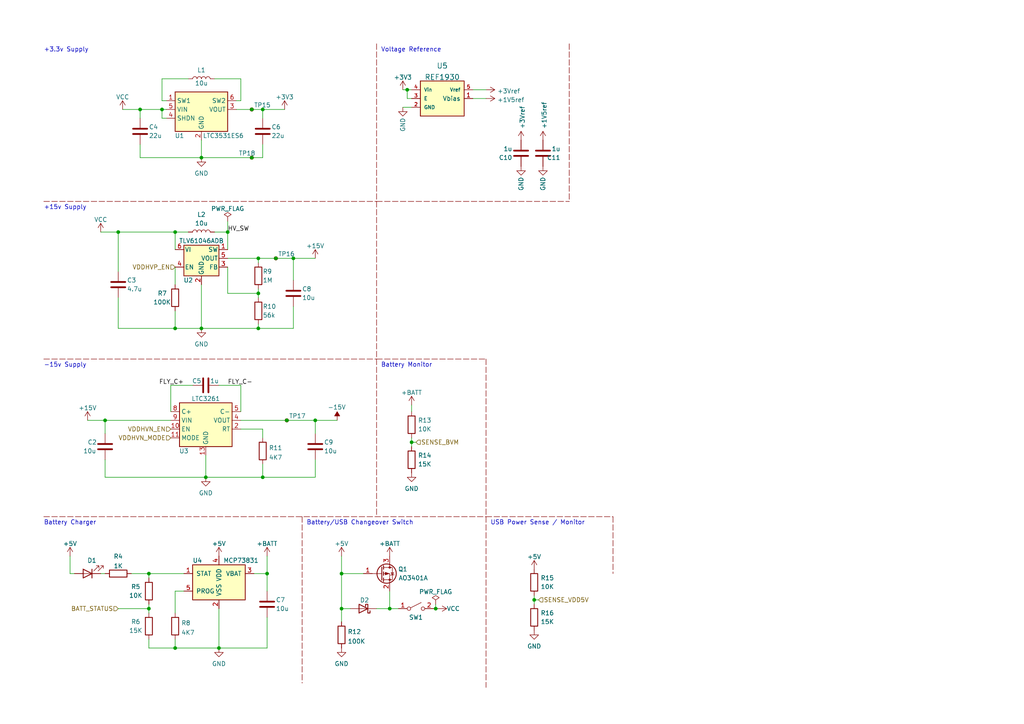
<source format=kicad_sch>
(kicad_sch (version 20211123) (generator eeschema)
  (paper "A4")
  (lib_symbols
    (symbol "Connector:TestPoint_Small" (pin_numbers hide) (pin_names (offset 0.762) hide)
      (property "Reference" "TP" (at 0 3.81 0))
      (property "Value" "TestPoint_Small" (at 0 2.032 0))
      (symbol "TestPoint_Small_0_1"
        (circle (center 0 0) (radius 0.508))
      )
      (symbol "TestPoint_Small_1_1"
        (pin passive line (at 0 0 90) (length 0) (name "1") (number "1"))
      )
    )
    (symbol "Custom_Symbols:+1V5ref" (power) (pin_names (offset 0))
      (property "Value" "+1V5ref" (at 3.2512 -0.381 90))
      (symbol "+1V5ref_0_1"
        (polyline (pts (xy -0.762 1.27) (xy 0 2.54)))
        (polyline (pts (xy 0 0) (xy 0 2.54)))
        (polyline (pts (xy 0 2.54) (xy 0.762 1.27)))
      )
      (symbol "+1V5ref_1_1"
        (pin power_in line (at 0 0 90) (length 0) hide (name "+1V5ref") (number "1"))
      )
    )
    (symbol "Custom_Symbols:+3Vref" (power) (pin_names (offset 0))
      (property "Value" "+3Vref" (at 3.2512 -0.381 90))
      (symbol "+3Vref_0_1"
        (polyline (pts (xy -0.762 1.27) (xy 0 2.54)))
        (polyline (pts (xy 0 0) (xy 0 2.54)))
        (polyline (pts (xy 0 2.54) (xy 0.762 1.27)))
      )
      (symbol "+3Vref_1_1"
        (pin power_in line (at 0 0 90) (length 0) hide (name "+3Vref") (number "1"))
      )
    )
    (symbol "Custom_Symbols:LTC3261"
      (property "Reference" "U" (at -6.35 -7.62 0))
      (property "Value" "LTC3261" (at 0 7.62 0))
      (symbol "LTC3261_0_1"
        (rectangle (start -7.62 6.35) (end 7.62 -6.35) (stroke (width 0.254)) (fill (type background)))
      )
      (symbol "LTC3261_1_1"
        (pin no_connect line (at 10.16 -3.683 180) (length 2.54) hide (name "NC") (number "1"))
        (pin input line (at -10.16 -1.27 0) (length 2.54) (name "EN") (number "10"))
        (pin input line (at -10.16 -3.81 0) (length 2.54) (name "MODE") (number "11"))
        (pin no_connect line (at 10.16 -11.049 180) (length 2.54) hide (name "NC") (number "12"))
        (pin power_in line (at 0 -8.89 90) (length 2.54) (name "GND") (number "13"))
        (pin bidirectional line (at 10.16 -1.27 180) (length 2.54) (name "RT") (number "2"))
        (pin no_connect line (at 10.16 -5.207 180) (length 2.54) hide (name "NC") (number "3"))
        (pin power_out line (at 10.16 1.27 180) (length 2.54) (name "VOUT") (number "4"))
        (pin bidirectional line (at 10.16 3.81 180) (length 2.54) (name "C-") (number "5"))
        (pin bidirectional line (at 10.16 3.81 180) (length 2.54) hide (name "C-") (number "6"))
        (pin bidirectional line (at -10.16 3.81 0) (length 2.54) hide (name "C+") (number "7"))
        (pin bidirectional line (at -10.16 3.81 0) (length 2.54) (name "C+") (number "8"))
        (pin power_in line (at -10.16 1.27 0) (length 2.54) (name "VIN") (number "9"))
      )
    )
    (symbol "Custom_Symbols:LTC3531ES6"
      (property "Reference" "U" (at -10.16 -8.89 0))
      (property "Value" "LTC3531ES6" (at -5.08 13.97 0))
      (symbol "LTC3531ES6_0_1"
        (rectangle (start -7.62 6.35) (end 7.62 -5.08) (stroke (width 0.254)) (fill (type background)))
      )
      (symbol "LTC3531ES6_1_1"
        (pin bidirectional line (at -10.16 3.81 0) (length 2.54) (name "SW1") (number "1"))
        (pin power_in line (at 0 -7.62 90) (length 2.54) (name "GND") (number "2"))
        (pin power_out line (at 10.16 1.27 180) (length 2.54) (name "VOUT") (number "3"))
        (pin input line (at -10.16 -1.27 0) (length 2.54) (name "SHDN") (number "4"))
        (pin power_in line (at -10.16 1.27 0) (length 2.54) (name "VIN") (number "5"))
        (pin bidirectional line (at 10.16 3.81 180) (length 2.54) (name "SW2") (number "6"))
      )
    )
    (symbol "Custom_Symbols:MCP73831-2-OT" (pin_names (offset 1.016))
      (property "Reference" "U" (at -7.62 6.35 0))
      (property "Value" "MCP73831-2-OT" (at 1.27 6.35 0))
      (symbol "MCP73831-2-OT_0_1"
        (rectangle (start -7.62 5.08) (end 7.62 -5.08) (stroke (width 0.254)) (fill (type background)))
      )
      (symbol "MCP73831-2-OT_1_1"
        (pin output line (at -10.16 2.54 0) (length 2.54) (name "STAT") (number "1"))
        (pin power_in line (at 0 -7.62 90) (length 2.54) (name "VSS") (number "2"))
        (pin power_out line (at 10.16 2.54 180) (length 2.54) (name "VBAT") (number "3"))
        (pin power_in line (at 0 7.62 270) (length 2.54) (name "VDD") (number "4"))
        (pin input line (at -10.16 -2.54 0) (length 2.54) (name "PROG") (number "5"))
      )
    )
    (symbol "Custom_Symbols:REF1930" (pin_names (offset 1.016))
      (property "Reference" "U?" (at 0 4.7498 0))
      (property "Value" "REF1930" (at 0 2.0574 0))
      (symbol "REF1930_0_1"
        (rectangle (start -6.35 0) (end 6.35 -10.16) (stroke (width 0.254)) (fill (type background)))
      )
      (symbol "REF1930_1_1"
        (pin power_out line (at 8.89 -5.08 180) (length 2.54) (name "Vbias") (number "1"))
        (pin power_in line (at -8.89 -7.62 0) (length 2.54) (name "GND") (number "2"))
        (pin passive line (at -8.89 -5.08 0) (length 2.54) (name "E") (number "3"))
        (pin power_in line (at -8.89 -2.54 0) (length 2.54) (name "Vin") (number "4"))
        (pin power_out line (at 8.89 -2.54 180) (length 2.54) (name "Vref") (number "5"))
      )
    )
    (symbol "Device:C" (pin_numbers hide) (pin_names (offset 0.254))
      (property "Reference" "C" (at 0.635 2.54 0))
      (property "Value" "C" (at 0.635 -2.54 0))
      (symbol "C_0_1"
        (polyline (pts (xy -2.032 -0.762) (xy 2.032 -0.762)) (stroke (width 0.508)))
        (polyline (pts (xy -2.032 0.762) (xy 2.032 0.762)) (stroke (width 0.508)))
      )
      (symbol "C_1_1"
        (pin passive line (at 0 3.81 270) (length 2.794) (name "~") (number "1"))
        (pin passive line (at 0 -3.81 90) (length 2.794) (name "~") (number "2"))
      )
    )
    (symbol "Device:D_Schottky" (pin_numbers hide) (pin_names (offset 1.016) hide)
      (property "Reference" "D" (at 0 2.54 0))
      (property "Value" "D_Schottky" (at 0 -2.54 0))
      (symbol "D_Schottky_0_1"
        (polyline (pts (xy 1.27 0) (xy -1.27 0)))
        (polyline (pts (xy 1.27 1.27) (xy 1.27 -1.27) (xy -1.27 0) (xy 1.27 1.27)) (stroke (width 0.254)))
        (polyline (pts (xy -1.905 0.635) (xy -1.905 1.27) (xy -1.27 1.27) (xy -1.27 -1.27) (xy -0.635 -1.27) (xy -0.635 -0.635)) (stroke (width 0.254)))
      )
      (symbol "D_Schottky_1_1"
        (pin passive line (at -3.81 0 0) (length 2.54) (name "K") (number "1"))
        (pin passive line (at 3.81 0 180) (length 2.54) (name "A") (number "2"))
      )
    )
    (symbol "Device:L" (pin_numbers hide) (pin_names (offset 1.016) hide)
      (property "Reference" "L" (at -1.27 0 90))
      (property "Value" "L" (at 1.905 0 90))
      (symbol "L_0_1"
        (arc (start 0 -2.54) (mid 0.635 -1.905) (end 0 -1.27))
        (arc (start 0 -1.27) (mid 0.635 -0.635) (end 0 0))
        (arc (start 0 0) (mid 0.635 0.635) (end 0 1.27))
        (arc (start 0 1.27) (mid 0.635 1.905) (end 0 2.54))
      )
      (symbol "L_1_1"
        (pin passive line (at 0 3.81 270) (length 1.27) (name "1") (number "1"))
        (pin passive line (at 0 -3.81 90) (length 1.27) (name "2") (number "2"))
      )
    )
    (symbol "Device:LED" (pin_numbers hide) (pin_names (offset 1.016) hide)
      (property "Reference" "D" (at 0 2.54 0))
      (property "Value" "LED" (at 0 -2.54 0))
      (symbol "LED_0_1"
        (polyline (pts (xy -1.27 -1.27) (xy -1.27 1.27)) (stroke (width 0.254)))
        (polyline (pts (xy -1.27 0) (xy 1.27 0)))
        (polyline (pts (xy 1.27 -1.27) (xy 1.27 1.27) (xy -1.27 0) (xy 1.27 -1.27)) (stroke (width 0.254)))
        (polyline (pts (xy -3.048 -0.762) (xy -4.572 -2.286) (xy -3.81 -2.286) (xy -4.572 -2.286) (xy -4.572 -1.524)))
        (polyline (pts (xy -1.778 -0.762) (xy -3.302 -2.286) (xy -2.54 -2.286) (xy -3.302 -2.286) (xy -3.302 -1.524)))
      )
      (symbol "LED_1_1"
        (pin passive line (at -3.81 0 0) (length 2.54) (name "K") (number "1"))
        (pin passive line (at 3.81 0 180) (length 2.54) (name "A") (number "2"))
      )
    )
    (symbol "Device:R" (pin_numbers hide) (pin_names (offset 0))
      (property "Reference" "R" (at 2.032 0 90))
      (property "Value" "R" (at 0 0 90))
      (symbol "R_0_1"
        (rectangle (start -1.016 -2.54) (end 1.016 2.54) (stroke (width 0.254)))
      )
      (symbol "R_1_1"
        (pin passive line (at 0 3.81 270) (length 1.27) (name "~") (number "1"))
        (pin passive line (at 0 -3.81 90) (length 1.27) (name "~") (number "2"))
      )
    )
    (symbol "Regulator_Switching:TLV61046ADB" (pin_names (offset 0.254))
      (property "Reference" "U" (at -5.08 7.62 0))
      (property "Value" "TLV61046ADB" (at 0 7.62 0))
      (symbol "TLV61046ADB_0_1"
        (rectangle (start -5.08 6.35) (end 5.08 -2.54) (stroke (width 0.254)) (fill (type background)))
      )
      (symbol "TLV61046ADB_1_1"
        (pin power_in line (at 7.62 5.08 180) (length 2.54) (name "SW") (number "1"))
        (pin power_in line (at 0 -5.08 90) (length 2.54) (name "GND") (number "2"))
        (pin input line (at 7.62 0 180) (length 2.54) (name "FB") (number "3"))
        (pin input line (at -7.62 0 0) (length 2.54) (name "EN") (number "4"))
        (pin power_out line (at 7.62 2.54 180) (length 2.54) (name "VOUT") (number "5"))
        (pin power_in line (at -7.62 5.08 0) (length 2.54) (name "VI") (number "6"))
      )
    )
    (symbol "Switch:SW_SPST" (pin_names (offset 0) hide)
      (property "Reference" "SW" (at 0 3.175 0))
      (property "Value" "SW_SPST" (at 0 -2.54 0))
      (symbol "SW_SPST_0_0"
        (circle (center -2.032 0) (radius 0.508))
        (polyline (pts (xy -1.524 0.254) (xy 1.524 1.778)))
        (circle (center 2.032 0) (radius 0.508))
      )
      (symbol "SW_SPST_1_1"
        (pin passive line (at -5.08 0 0) (length 2.54) (name "A") (number "1"))
        (pin passive line (at 5.08 0 180) (length 2.54) (name "B") (number "2"))
      )
    )
    (symbol "Transistor_FET:AO3401A" (pin_names hide)
      (property "Reference" "Q" (at 5.08 1.905 0))
      (property "Value" "AO3401A" (at 5.08 0 0))
      (symbol "AO3401A_0_1"
        (polyline (pts (xy 0.254 0) (xy -2.54 0)))
        (polyline (pts (xy 0.254 1.905) (xy 0.254 -1.905)) (stroke (width 0.254)))
        (polyline (pts (xy 0.762 -1.27) (xy 0.762 -2.286)) (stroke (width 0.254)))
        (polyline (pts (xy 0.762 0.508) (xy 0.762 -0.508)) (stroke (width 0.254)))
        (polyline (pts (xy 0.762 2.286) (xy 0.762 1.27)) (stroke (width 0.254)))
        (polyline (pts (xy 2.54 2.54) (xy 2.54 1.778)))
        (polyline (pts (xy 2.54 -2.54) (xy 2.54 0) (xy 0.762 0)))
        (polyline (pts (xy 0.762 1.778) (xy 3.302 1.778) (xy 3.302 -1.778) (xy 0.762 -1.778)))
        (polyline (pts (xy 2.286 0) (xy 1.27 0.381) (xy 1.27 -0.381) (xy 2.286 0)) (fill (type outline)))
        (polyline (pts (xy 2.794 -0.508) (xy 2.921 -0.381) (xy 3.683 -0.381) (xy 3.81 -0.254)))
        (polyline (pts (xy 3.302 -0.381) (xy 2.921 0.254) (xy 3.683 0.254) (xy 3.302 -0.381)))
        (circle (center 1.651 0) (radius 2.794) (stroke (width 0.254)))
        (circle (center 2.54 -1.778) (radius 0.254) (fill (type outline)))
        (circle (center 2.54 1.778) (radius 0.254) (fill (type outline)))
      )
      (symbol "AO3401A_1_1"
        (pin input line (at -5.08 0 0) (length 2.54) (name "G") (number "1"))
        (pin passive line (at 2.54 -5.08 90) (length 2.54) (name "S") (number "2"))
        (pin passive line (at 2.54 5.08 270) (length 2.54) (name "D") (number "3"))
      )
    )
    (symbol "power:+15V" (power) (pin_names (offset 0))
      (property "Value" "+15V" (at 0 3.556 0))
      (symbol "+15V_0_1"
        (polyline (pts (xy -0.762 1.27) (xy 0 2.54)))
        (polyline (pts (xy 0 0) (xy 0 2.54)))
        (polyline (pts (xy 0 2.54) (xy 0.762 1.27)))
      )
      (symbol "+15V_1_1"
        (pin power_in line (at 0 0 90) (length 0) hide (name "+15V") (number "1"))
      )
    )
    (symbol "power:+3V3" (power) (pin_names (offset 0))
      (property "Value" "+3V3" (at 0 3.556 0))
      (symbol "+3V3_0_1"
        (polyline (pts (xy -0.762 1.27) (xy 0 2.54)))
        (polyline (pts (xy 0 0) (xy 0 2.54)))
        (polyline (pts (xy 0 2.54) (xy 0.762 1.27)))
      )
      (symbol "+3V3_1_1"
        (pin power_in line (at 0 0 90) (length 0) hide (name "+3V3") (number "1"))
      )
    )
    (symbol "power:+5V" (power) (pin_names (offset 0))
      (property "Value" "+5V" (at 0 3.556 0))
      (symbol "+5V_0_1"
        (polyline (pts (xy -0.762 1.27) (xy 0 2.54)))
        (polyline (pts (xy 0 0) (xy 0 2.54)))
        (polyline (pts (xy 0 2.54) (xy 0.762 1.27)))
      )
      (symbol "+5V_1_1"
        (pin power_in line (at 0 0 90) (length 0) hide (name "+5V") (number "1"))
      )
    )
    (symbol "power:+BATT" (power) (pin_names (offset 0))
      (property "Value" "+BATT" (at 0 3.556 0))
      (symbol "+BATT_0_1"
        (polyline (pts (xy -0.762 1.27) (xy 0 2.54)))
        (polyline (pts (xy 0 0) (xy 0 2.54)))
        (polyline (pts (xy 0 2.54) (xy 0.762 1.27)))
      )
      (symbol "+BATT_1_1"
        (pin power_in line (at 0 0 90) (length 0) hide (name "+BATT") (number "1"))
      )
    )
    (symbol "power:-15V" (power) (pin_names (offset 0))
      (property "Value" "-15V" (at 0 3.81 0))
      (symbol "-15V_0_0"
        (pin power_in line (at 0 0 90) (length 0) hide (name "-15V") (number "1"))
      )
      (symbol "-15V_0_1"
        (polyline (pts (xy 0 0) (xy 0 1.27) (xy 0.762 1.27) (xy 0 2.54) (xy -0.762 1.27) (xy 0 1.27)) (fill (type outline)))
      )
    )
    (symbol "power:GND" (power) (pin_names (offset 0))
      (property "Value" "GND" (at 0 -3.81 0))
      (symbol "GND_0_1"
        (polyline (pts (xy 0 0) (xy 0 -1.27) (xy 1.27 -1.27) (xy 0 -2.54) (xy -1.27 -1.27) (xy 0 -1.27)))
      )
      (symbol "GND_1_1"
        (pin power_in line (at 0 0 270) (length 0) hide (name "GND") (number "1"))
      )
    )
    (symbol "power:PWR_FLAG" (power) (pin_numbers hide) (pin_names (offset 0) hide)
      (property "Value" "PWR_FLAG" (at 0 3.81 0))
      (symbol "PWR_FLAG_0_0"
        (pin power_out line (at 0 0 90) (length 0) (name "pwr") (number "1"))
      )
      (symbol "PWR_FLAG_0_1"
        (polyline (pts (xy 0 0) (xy 0 1.27) (xy -1.016 1.905) (xy 0 2.54) (xy 1.016 1.905) (xy 0 1.27)))
      )
    )
    (symbol "power:VCC" (power) (pin_names (offset 0))
      (property "Value" "VCC" (at 0 3.81 0))
      (symbol "VCC_0_1"
        (polyline (pts (xy -0.762 1.27) (xy 0 2.54)))
        (polyline (pts (xy 0 0) (xy 0 2.54)))
        (polyline (pts (xy 0 2.54) (xy 0.762 1.27)))
      )
      (symbol "VCC_1_1"
        (pin power_in line (at 0 0 90) (length 0) hide (name "VCC") (number "1"))
      )
    )
  )
  (junction (at 74.93 85.09))
  (junction (at 91.44 121.92))
  (junction (at 58.42 45.72))
  (junction (at 119.38 128.27))
  (junction (at 77.47 166.37))
  (junction (at 30.48 121.92))
  (junction (at 74.93 74.93))
  (junction (at 85.09 74.93))
  (junction (at 80.01 74.93))
  (junction (at 154.94 173.99))
  (junction (at 50.8 95.25))
  (junction (at 40.64 31.75))
  (junction (at 74.93 95.25))
  (junction (at 76.2 138.43))
  (junction (at 43.18 166.37))
  (junction (at 99.06 166.37))
  (junction (at 113.03 176.53))
  (junction (at 83.185 121.92))
  (junction (at 46.99 31.75))
  (junction (at 50.8 67.31))
  (junction (at 99.06 176.53))
  (junction (at 63.5 187.96))
  (junction (at 118.11 26.035))
  (junction (at 58.42 95.25))
  (junction (at 34.29 67.31))
  (junction (at 73.025 45.72))
  (junction (at 59.69 138.43))
  (junction (at 126.365 176.53))
  (junction (at 43.18 176.53))
  (junction (at 73.025 31.75))
  (junction (at 76.2 31.75))
  (junction (at 66.04 67.31))
  (junction (at 50.8 187.96))
  (wire (pts (xy 73.66 166.37) (xy 77.47 166.37)))
  (wire (pts (xy 46.99 22.86) (xy 46.99 29.21)))
  (polyline (pts (xy 12.7 149.86) (xy 140.97 149.86)) (stroke (width 0) (color 132 0 0 1)))
  (polyline (pts (xy 177.8 149.86) (xy 177.8 166.37)) (stroke (width 0) (color 132 0 0 1)))
  (wire (pts (xy 25.4 121.92) (xy 30.48 121.92)))
  (wire (pts (xy 99.06 161.29) (xy 99.06 166.37)))
  (wire (pts (xy 119.38 28.575) (xy 118.11 28.575)))
  (wire (pts (xy 74.93 83.82) (xy 74.93 85.09)))
  (wire (pts (xy 85.09 81.28) (xy 85.09 74.93)))
  (wire (pts (xy 30.48 133.35) (xy 30.48 138.43)))
  (wire (pts (xy 154.94 172.72) (xy 154.94 173.99)))
  (wire (pts (xy 101.6 176.53) (xy 99.06 176.53)))
  (wire (pts (xy 50.8 67.31) (xy 50.8 72.39)))
  (wire (pts (xy 34.29 67.31) (xy 34.29 78.74)))
  (wire (pts (xy 54.61 67.31) (xy 50.8 67.31)))
  (wire (pts (xy 40.64 31.75) (xy 40.64 34.29)))
  (wire (pts (xy 85.09 74.93) (xy 91.44 74.93)))
  (wire (pts (xy 126.365 175.26) (xy 126.365 176.53)))
  (wire (pts (xy 119.38 117.475) (xy 119.38 119.38)))
  (wire (pts (xy 38.1 166.37) (xy 43.18 166.37)))
  (wire (pts (xy 58.42 95.25) (xy 74.93 95.25)))
  (wire (pts (xy 77.47 166.37) (xy 77.47 171.45)))
  (wire (pts (xy 137.16 26.035) (xy 140.97 26.035)))
  (wire (pts (xy 80.01 74.93) (xy 85.09 74.93)))
  (wire (pts (xy 99.06 176.53) (xy 99.06 166.37)))
  (polyline (pts (xy 140.97 149.86) (xy 177.8 149.86)) (stroke (width 0) (color 132 0 0 1)))
  (polyline (pts (xy 165.1 12.7) (xy 165.1 58.42)) (stroke (width 0) (color 132 0 0 1)))
  (wire (pts (xy 63.5 187.96) (xy 77.47 187.96)))
  (wire (pts (xy 50.8 95.25) (xy 58.42 95.25)))
  (wire (pts (xy 91.44 133.35) (xy 91.44 138.43)))
  (wire (pts (xy 118.11 28.575) (xy 118.11 26.035)))
  (wire (pts (xy 99.06 166.37) (xy 105.41 166.37)))
  (wire (pts (xy 109.22 176.53) (xy 113.03 176.53)))
  (wire (pts (xy 68.58 31.75) (xy 73.025 31.75)))
  (wire (pts (xy 74.93 74.93) (xy 80.01 74.93)))
  (wire (pts (xy 66.04 77.47) (xy 66.04 85.09)))
  (wire (pts (xy 77.47 161.29) (xy 77.47 166.37)))
  (wire (pts (xy 21.59 166.37) (xy 20.32 166.37)))
  (wire (pts (xy 50.8 187.96) (xy 63.5 187.96)))
  (wire (pts (xy 48.26 31.75) (xy 46.99 31.75)))
  (wire (pts (xy 74.93 85.09) (xy 74.93 86.36)))
  (wire (pts (xy 43.18 177.8) (xy 43.18 176.53)))
  (wire (pts (xy 46.99 34.29) (xy 46.99 31.75)))
  (wire (pts (xy 34.29 86.36) (xy 34.29 95.25)))
  (wire (pts (xy 66.04 85.09) (xy 74.93 85.09)))
  (wire (pts (xy 76.2 124.46) (xy 76.2 127)))
  (wire (pts (xy 74.93 95.25) (xy 85.09 95.25)))
  (wire (pts (xy 73.025 45.72) (xy 58.42 45.72)))
  (wire (pts (xy 154.94 173.99) (xy 156.21 173.99)))
  (wire (pts (xy 63.5 111.76) (xy 69.85 111.76)))
  (wire (pts (xy 66.04 72.39) (xy 66.04 67.31)))
  (wire (pts (xy 46.99 31.75) (xy 40.64 31.75)))
  (wire (pts (xy 30.48 121.92) (xy 30.48 125.73)))
  (polyline (pts (xy 87.63 149.86) (xy 87.63 198.12)) (stroke (width 0) (color 132 0 0 1)))
  (wire (pts (xy 48.26 34.29) (xy 46.99 34.29)))
  (wire (pts (xy 43.18 166.37) (xy 43.18 167.64)))
  (wire (pts (xy 40.64 45.72) (xy 58.42 45.72)))
  (wire (pts (xy 69.85 121.92) (xy 83.185 121.92)))
  (wire (pts (xy 50.8 77.47) (xy 50.8 82.55)))
  (wire (pts (xy 73.025 31.75) (xy 76.2 31.75)))
  (wire (pts (xy 69.85 111.76) (xy 69.85 119.38)))
  (wire (pts (xy 20.32 166.37) (xy 20.32 161.29)))
  (wire (pts (xy 69.85 22.86) (xy 69.85 29.21)))
  (wire (pts (xy 29.21 166.37) (xy 30.48 166.37)))
  (polyline (pts (xy 140.97 104.14) (xy 140.97 149.86)) (stroke (width 0) (color 132 0 0 1)))
  (wire (pts (xy 69.85 29.21) (xy 68.58 29.21)))
  (polyline (pts (xy 12.7 58.42) (xy 109.22 58.42)) (stroke (width 0) (color 132 0 0 1)))
  (wire (pts (xy 50.8 177.8) (xy 50.8 171.45)))
  (wire (pts (xy 66.04 64.135) (xy 66.04 67.31)))
  (polyline (pts (xy 109.22 12.7) (xy 109.22 149.86)) (stroke (width 0) (color 132 0 0 1)))
  (wire (pts (xy 137.16 28.575) (xy 140.97 28.575)))
  (wire (pts (xy 154.94 173.99) (xy 154.94 175.26)))
  (wire (pts (xy 74.93 74.93) (xy 74.93 76.2)))
  (wire (pts (xy 43.18 176.53) (xy 43.18 175.26)))
  (wire (pts (xy 50.8 185.42) (xy 50.8 187.96)))
  (wire (pts (xy 34.29 67.31) (xy 29.21 67.31)))
  (wire (pts (xy 34.29 67.31) (xy 50.8 67.31)))
  (wire (pts (xy 55.88 111.76) (xy 49.53 111.76)))
  (wire (pts (xy 118.11 26.035) (xy 116.84 26.035)))
  (wire (pts (xy 76.2 41.91) (xy 76.2 45.72)))
  (wire (pts (xy 69.85 124.46) (xy 76.2 124.46)))
  (wire (pts (xy 99.06 176.53) (xy 99.06 180.34)))
  (wire (pts (xy 66.04 74.93) (xy 74.93 74.93)))
  (wire (pts (xy 30.48 138.43) (xy 59.69 138.43)))
  (wire (pts (xy 59.69 138.43) (xy 76.2 138.43)))
  (wire (pts (xy 43.18 166.37) (xy 53.34 166.37)))
  (wire (pts (xy 58.42 45.72) (xy 58.42 40.64)))
  (wire (pts (xy 63.5 176.53) (xy 63.5 187.96)))
  (wire (pts (xy 40.64 41.91) (xy 40.64 45.72)))
  (wire (pts (xy 113.03 176.53) (xy 113.03 171.45)))
  (wire (pts (xy 76.2 31.75) (xy 82.55 31.75)))
  (wire (pts (xy 118.11 26.035) (xy 119.38 26.035)))
  (wire (pts (xy 83.185 121.92) (xy 91.44 121.92)))
  (wire (pts (xy 34.29 95.25) (xy 50.8 95.25)))
  (wire (pts (xy 59.69 138.43) (xy 59.69 132.08)))
  (wire (pts (xy 46.99 22.86) (xy 54.61 22.86)))
  (wire (pts (xy 91.44 121.92) (xy 97.79 121.92)))
  (wire (pts (xy 46.99 29.21) (xy 48.26 29.21)))
  (wire (pts (xy 30.48 121.92) (xy 49.53 121.92)))
  (wire (pts (xy 119.38 128.27) (xy 120.65 128.27)))
  (wire (pts (xy 119.38 127) (xy 119.38 128.27)))
  (wire (pts (xy 43.18 185.42) (xy 43.18 187.96)))
  (wire (pts (xy 76.2 138.43) (xy 91.44 138.43)))
  (wire (pts (xy 126.365 176.53) (xy 127 176.53)))
  (wire (pts (xy 76.2 34.29) (xy 76.2 31.75)))
  (wire (pts (xy 62.23 67.31) (xy 66.04 67.31)))
  (wire (pts (xy 125.73 176.53) (xy 126.365 176.53)))
  (wire (pts (xy 113.03 176.53) (xy 115.57 176.53)))
  (wire (pts (xy 50.8 171.45) (xy 53.34 171.45)))
  (wire (pts (xy 62.23 22.86) (xy 69.85 22.86)))
  (wire (pts (xy 76.2 45.72) (xy 73.025 45.72)))
  (wire (pts (xy 74.93 93.98) (xy 74.93 95.25)))
  (wire (pts (xy 49.53 111.76) (xy 49.53 119.38)))
  (wire (pts (xy 77.47 179.07) (xy 77.47 187.96)))
  (wire (pts (xy 76.2 134.62) (xy 76.2 138.43)))
  (wire (pts (xy 43.18 187.96) (xy 50.8 187.96)))
  (wire (pts (xy 91.44 125.73) (xy 91.44 121.92)))
  (polyline (pts (xy 140.97 149.86) (xy 140.97 199.39)) (stroke (width 0) (color 132 0 0 1)))
  (wire (pts (xy 35.56 31.75) (xy 40.64 31.75)))
  (wire (pts (xy 50.8 90.17) (xy 50.8 95.25)))
  (wire (pts (xy 58.42 82.55) (xy 58.42 95.25)))
  (wire (pts (xy 34.29 176.53) (xy 43.18 176.53)))
  (wire (pts (xy 116.84 31.115) (xy 119.38 31.115)))
  (polyline (pts (xy 109.22 58.42) (xy 165.1 58.42)) (stroke (width 0) (color 132 0 0 1)))
  (polyline (pts (xy 12.7 104.14) (xy 109.22 104.14)) (stroke (width 0) (color 132 0 0 1)))
  (polyline (pts (xy 109.22 104.14) (xy 140.97 104.14)) (stroke (width 0) (color 132 0 0 1)))
  (wire (pts (xy 119.38 128.27) (xy 119.38 129.54)))
  (wire (pts (xy 85.09 88.9) (xy 85.09 95.25)))
  (text "+15v Supply" (at 12.7 60.96 0) (effects (font (size 1.27 1.27)) (justify left bottom)))
  (text "Battery Monitor" (at 110.49 106.68 0) (effects (font (size 1.27 1.27)) (justify left bottom)))
  (text "USB Power Sense / Monitor" (at 142.24 152.4 0) (effects (font (size 1.27 1.27)) (justify left bottom)))
  (text "Battery/USB Changeover Switch" (at 88.9 152.4 0) (effects (font (size 1.27 1.27)) (justify left bottom)))
  (text "Battery Charger" (at 12.7 152.4 0) (effects (font (size 1.27 1.27)) (justify left bottom)))
  (text "-15v Supply" (at 12.7 106.68 0) (effects (font (size 1.27 1.27)) (justify left bottom)))
  (text "Voltage Reference" (at 110.49 15.24 0) (effects (font (size 1.27 1.27)) (justify left bottom)))
  (text "+3.3v Supply" (at 12.7 15.24 0) (effects (font (size 1.27 1.27)) (justify left bottom)))
  (label "FLY_C+" (at 53.34 111.76 180))
  (label "FLY_C-" (at 66.04 111.76 0))
  (label "HV_SW" (at 66.04 67.31 0))
  (hierarchical_label "SENSE_BVM" (shape input) (at 120.65 128.27 0))
  (hierarchical_label "SENSE_VDD5V" (shape input) (at 156.21 173.99 0))
  (hierarchical_label "VDDHVN_EN" (shape input) (at 49.53 124.46 180))
  (hierarchical_label "BATT_STATUS" (shape input) (at 34.29 176.53 180))
  (hierarchical_label "VDDHVP_EN" (shape input) (at 50.8 77.47 180))
  (hierarchical_label "VDDHVN_MODE" (shape input) (at 49.53 127 180))
  (symbol (lib_id "power:+3V3") (at 116.84 26.035 0) (unit 1)
    (property "Reference" "#PWR027" (effects hide))
    (property "Value" "+3V3" (at 116.84 22.4305 0))
  )
  (symbol (lib_id "power:PWR_FLAG") (at 66.04 64.135 0) (unit 1)
    (property "Reference" "#FLG0102" (effects hide))
    (property "Value" "PWR_FLAG" (at 66.04 60.5305 0))
  )
  (symbol (lib_id "Connector:TestPoint_Small") (at 73.025 45.72 0) (unit 1)
    (property "Reference" "TP18" (at 69.215 44.45 0) (effects (justify left)))
    (property "Value" "TestPoint_Small" (effects hide))
    (property "Footprint" "TestPoint:TestPoint_Pad_D1.0mm" (effects hide))
  )
  (symbol (lib_id "Device:C") (at 157.48 44.45 180) (unit 1)
    (property "Reference" "C11" (at 162.56 45.72 0) (effects (justify left)))
    (property "Value" "1u" (at 162.56 43.18 0) (effects (justify left)))
    (property "Footprint" "Capacitor_SMD:C_0805_2012Metric" (effects hide))
    (property "LCSC" "C28323" (effects hide))
  )
  (symbol (lib_id "power:GND") (at 59.69 138.43 0) (unit 1)
    (property "Reference" "#PWR017" (effects hide))
    (property "Value" "GND" (at 59.69 142.9925 0))
  )
  (symbol (lib_id "power:+5V") (at 99.06 161.29 0) (unit 1)
    (property "Reference" "#PWR024" (effects hide))
    (property "Value" "+5V" (at 99.06 157.6855 0))
  )
  (symbol (lib_id "power:GND") (at 154.94 182.88 0) (unit 1)
    (property "Reference" "#PWR037" (effects hide))
    (property "Value" "GND" (at 154.94 187.4425 0))
  )
  (symbol (lib_id "power:VCC") (at 35.56 31.75 0) (unit 1)
    (property "Reference" "#PWR014" (effects hide))
    (property "Value" "VCC" (at 35.56 28.1455 0))
  )
  (symbol (lib_id "power:+3V3") (at 82.55 31.75 0) (unit 1)
    (property "Reference" "#PWR021" (effects hide))
    (property "Value" "+3V3" (at 82.55 28.1455 0))
  )
  (symbol (lib_id "Switch:SW_SPST") (at 120.65 176.53 0) (unit 1)
    (property "Reference" "SW1" (at 120.65 179.07 0))
    (property "Value" "SW_SPST" (effects hide))
    (property "Footprint" "Button_Switch_SMD:SW_SPDT_PCM12" (effects hide))
    (property "LCSC" "C431540" (effects hide))
  )
  (symbol (lib_id "Device:R") (at 99.06 184.15 0) (unit 1)
    (property "Reference" "R12" (at 100.838 183.2415 0) (effects (justify left)))
    (property "Value" "100K" (at 100.838 186.0166 0) (effects (justify left)))
    (property "Footprint" "Resistor_SMD:R_0402_1005Metric" (effects hide))
    (property "LCSC" "C25741" (effects hide))
  )
  (symbol (lib_id "Custom_Symbols:+3Vref") (at 151.13 40.64 0) (unit 1)
    (property "Reference" "#PWR034" (effects hide))
    (property "Value" "+3Vref" (at 151.511 37.3888 90) (effects (justify left)))
  )
  (symbol (lib_id "Device:L") (at 58.42 22.86 90) (unit 1)
    (property "Reference" "L1" (at 58.42 20.32 90))
    (property "Value" "10u" (at 58.42 24.13 90))
    (property "Footprint" "Custom_Footprints:4.4x4.2x2mm Power Inductor" (effects hide))
    (property "LCSC" "C177242" (effects hide))
  )
  (symbol (lib_id "Custom_Symbols:MCP73831-2-OT") (at 63.5 168.91 0) (unit 1)
    (property "Reference" "U4" (at 55.88 162.56 0) (effects (justify left)))
    (property "Value" "MCP73831" (at 64.77 162.56 0) (effects (justify left)))
    (property "Footprint" "Package_TO_SOT_SMD:SOT-23-5" (effects hide))
    (property "Datasheet" "http://ww1.microchip.com/downloads/en/DeviceDoc/20001984g.pdf" (effects hide))
  )
  (symbol (lib_id "power:GND") (at 119.38 137.16 0) (unit 1)
    (property "Reference" "#PWR030" (effects hide))
    (property "Value" "GND" (at 119.38 141.7225 0))
  )
  (symbol (lib_id "power:+BATT") (at 77.47 161.29 0) (unit 1)
    (property "Reference" "#PWR020" (effects hide))
    (property "Value" "+BATT" (at 77.47 157.6855 0))
  )
  (symbol (lib_id "Device:R") (at 43.18 181.61 0) (unit 1)
    (property "Reference" "R6" (at 39.37 180.34 0))
    (property "Value" "15K" (at 39.37 182.88 0))
    (property "Footprint" "Resistor_SMD:R_0402_1005Metric" (effects hide))
    (property "LCSC" "C25756" (effects hide))
  )
  (symbol (lib_id "Device:C") (at 76.2 38.1 0) (unit 1)
    (property "Reference" "C6" (at 78.74 36.83 0) (effects (justify left)))
    (property "Value" "22u" (at 78.74 39.37 0) (effects (justify left)))
    (property "Footprint" "Capacitor_SMD:C_0805_2012Metric" (effects hide))
    (property "LCSC" "C45783" (effects hide))
  )
  (symbol (lib_id "Device:R") (at 119.38 133.35 0) (unit 1)
    (property "Reference" "R14" (at 123.19 132.08 0))
    (property "Value" "15K" (at 123.19 134.62 0))
    (property "Footprint" "Resistor_SMD:R_0402_1005Metric" (effects hide))
    (property "LCSC" "C25756" (effects hide))
  )
  (symbol (lib_id "power:VCC") (at 29.21 67.31 0) (unit 1)
    (property "Reference" "#PWR013" (effects hide))
    (property "Value" "VCC" (at 29.21 63.7055 0))
  )
  (symbol (lib_id "power:GND") (at 58.42 95.25 0) (unit 1)
    (property "Reference" "#PWR016" (effects hide))
    (property "Value" "GND" (at 58.42 99.8125 0))
  )
  (symbol (lib_id "Regulator_Switching:TLV61046ADB") (at 58.42 77.47 0) (unit 1)
    (property "Reference" "U2" (at 54.61 81.28 0))
    (property "Value" "TLV61046ADB" (at 58.42 69.85 0))
    (property "Footprint" "Package_TO_SOT_SMD:SOT-23-6" (effects hide))
    (property "Datasheet" "http://www.ti.com/lit/ds/symlink/tlv61046a.pdf" (effects hide))
  )
  (symbol (lib_id "power:+BATT") (at 113.03 161.29 0) (unit 1)
    (property "Reference" "#PWR026" (effects hide))
    (property "Value" "+BATT" (at 113.03 157.6855 0))
  )
  (symbol (lib_id "Device:C") (at 85.09 85.09 0) (unit 1)
    (property "Reference" "C8" (at 87.63 83.82 0) (effects (justify left)))
    (property "Value" "10u" (at 87.63 86.36 0) (effects (justify left)))
    (property "Footprint" "Capacitor_SMD:C_0805_2012Metric" (effects hide))
    (property "LCSC" "C440198" (effects hide))
  )
  (symbol (lib_id "Device:D_Schottky") (at 105.41 176.53 180) (unit 1)
    (property "Reference" "D2" (at 105.7275 174.0685 0))
    (property "Value" "D_Schottky" (effects hide))
    (property "Footprint" "Diode_SMD:D_SOD-323" (effects hide))
    (property "LCSC" "C191023" (effects hide))
  )
  (symbol (lib_id "Device:R") (at 76.2 130.81 180) (unit 1)
    (property "Reference" "R11" (at 77.978 129.9015 0) (effects (justify right)))
    (property "Value" "4K7" (at 77.978 132.6766 0) (effects (justify right)))
    (property "Footprint" "Resistor_SMD:R_0402_1005Metric" (effects hide))
    (property "LCSC" "C25900" (effects hide))
  )
  (symbol (lib_id "power:+5V") (at 63.5 161.29 0) (unit 1)
    (property "Reference" "#PWR018" (effects hide))
    (property "Value" "+5V" (at 63.5 157.6855 0))
  )
  (symbol (lib_id "Custom_Symbols:REF1930") (at 128.27 23.495 0) (unit 1)
    (property "Reference" "U5" (at 128.27 19.0911 0) (effects (font (size 1.524 1.524))))
    (property "Value" "REF1930" (at 128.27 22.3701 0) (effects (font (size 1.524 1.524))))
    (property "Footprint" "Package_TO_SOT_SMD:SOT-23-5_HandSoldering" (effects hide))
  )
  (symbol (lib_id "Custom_Symbols:LTC3261") (at 59.69 123.19 0) (unit 1)
    (property "Reference" "U3" (at 53.34 130.81 0))
    (property "Value" "LTC3261" (at 59.69 115.6486 0))
    (property "Footprint" "Custom_Footprints:MSOP-12-1EP_3x4mm_P0.65mm_EP1.65x2.85mm_ThermalVias" (effects hide))
  )
  (symbol (lib_id "power:GND") (at 157.48 48.26 0) (unit 1)
    (property "Reference" "#PWR039" (effects hide))
    (property "Value" "GND" (at 157.48 53.34 90))
  )
  (symbol (lib_id "Device:C") (at 59.69 111.76 90) (unit 1)
    (property "Reference" "C5" (at 58.42 110.49 90) (effects (justify left)))
    (property "Value" "1u" (at 63.5 110.49 90) (effects (justify left)))
    (property "Footprint" "Capacitor_SMD:C_0805_2012Metric" (effects hide))
    (property "LCSC" "C28323" (effects hide))
  )
  (symbol (lib_id "Connector:TestPoint_Small") (at 83.185 121.92 0) (unit 1)
    (property "Reference" "TP17" (at 83.82 120.65 0) (effects (justify left)))
    (property "Value" "TestPoint_Small" (effects hide))
    (property "Footprint" "TestPoint:TestPoint_Pad_D1.0mm" (effects hide))
  )
  (symbol (lib_id "power:+15V") (at 91.44 74.93 0) (unit 1)
    (property "Reference" "#PWR022" (effects hide))
    (property "Value" "+15V" (at 91.44 71.3255 0))
  )
  (symbol (lib_id "Custom_Symbols:+1V5ref") (at 140.97 28.575 270) (unit 1)
    (property "Reference" "#PWR033" (effects hide))
    (property "Value" "+1V5ref" (at 144.2212 28.956 90) (effects (justify left)))
  )
  (symbol (lib_id "Transistor_FET:AO3401A") (at 110.49 166.37 0) (unit 1)
    (property "Reference" "Q1" (at 116.84 165.1 0))
    (property "Value" "AO3401A" (at 115.57 167.64 0) (effects (justify left)))
    (property "Footprint" "Package_TO_SOT_SMD:SOT-23" (effects hide))
    (property "Datasheet" "http://www.aosmd.com/pdfs/datasheet/AO3401A.pdf" (effects hide))
    (property "LCSC" "C15127" (effects hide))
  )
  (symbol (lib_id "Device:L") (at 58.42 67.31 90) (unit 1)
    (property "Reference" "L2" (at 58.42 62.23 90))
    (property "Value" "10u" (at 58.42 64.77 90))
    (property "Footprint" "Custom_Footprints:4.4x4.2x2mm Power Inductor" (effects hide))
    (property "LCSC" "C177242" (effects hide))
  )
  (symbol (lib_id "Device:R") (at 50.8 86.36 0) (unit 1)
    (property "Reference" "R7" (at 45.72 85.09 0) (effects (justify left)))
    (property "Value" "100K" (at 44.45 87.63 0) (effects (justify left)))
    (property "Footprint" "Resistor_SMD:R_0402_1005Metric" (effects hide))
    (property "LCSC" "C25741" (effects hide))
  )
  (symbol (lib_id "Device:C") (at 151.13 44.45 180) (unit 1)
    (property "Reference" "C10" (at 148.59 45.72 0) (effects (justify left)))
    (property "Value" "1u" (at 148.59 43.18 0) (effects (justify left)))
    (property "Footprint" "Capacitor_SMD:C_0805_2012Metric" (effects hide))
    (property "LCSC" "C28323" (effects hide))
  )
  (symbol (lib_id "power:-15V") (at 97.79 121.92 0) (mirror y) (unit 1)
    (property "Reference" "#PWR023" (effects hide))
    (property "Value" "-15V" (at 100.33 118.11 0) (effects (justify left)))
  )
  (symbol (lib_id "Device:C") (at 30.48 129.54 0) (unit 1)
    (property "Reference" "C2" (at 25.4 128.27 0) (effects (justify left)))
    (property "Value" "10u" (at 24.13 130.81 0) (effects (justify left)))
    (property "Footprint" "Capacitor_SMD:C_0805_2012Metric" (effects hide))
    (property "LCSC" "C440198" (effects hide))
  )
  (symbol (lib_id "power:GND") (at 99.06 187.96 0) (unit 1)
    (property "Reference" "#PWR025" (effects hide))
    (property "Value" "GND" (at 99.06 192.5225 0))
  )
  (symbol (lib_id "Custom_Symbols:+3Vref") (at 140.97 26.035 270) (unit 1)
    (property "Reference" "#PWR032" (effects hide))
    (property "Value" "+3Vref" (at 144.2212 26.416 90) (effects (justify left)))
  )
  (symbol (lib_id "Device:R") (at 34.29 166.37 270) (unit 1)
    (property "Reference" "R4" (at 34.29 161.3875 90))
    (property "Value" "1K" (at 34.29 164.1626 90))
    (property "Footprint" "Resistor_SMD:R_0402_1005Metric" (effects hide))
    (property "LCSC" "C11702" (effects hide))
  )
  (symbol (lib_id "Connector:TestPoint_Small") (at 73.025 31.75 0) (unit 1)
    (property "Reference" "TP15" (at 73.66 30.48 0) (effects (justify left)))
    (property "Value" "TestPoint_Small" (effects hide))
    (property "Footprint" "TestPoint:TestPoint_Pad_D1.0mm" (effects hide))
  )
  (symbol (lib_id "power:+BATT") (at 119.38 117.475 0) (unit 1)
    (property "Reference" "#PWR029" (effects hide))
    (property "Value" "+BATT" (at 119.38 113.8705 0))
  )
  (symbol (lib_id "power:GND") (at 63.5 187.96 0) (unit 1)
    (property "Reference" "#PWR019" (effects hide))
    (property "Value" "GND" (at 63.5 192.5225 0))
  )
  (symbol (lib_id "power:+5V") (at 154.94 165.1 0) (unit 1)
    (property "Reference" "#PWR036" (effects hide))
    (property "Value" "+5V" (at 154.94 161.4955 0))
  )
  (symbol (lib_id "power:VCC") (at 127 176.53 270) (unit 1)
    (property "Reference" "#PWR031" (effects hide))
    (property "Value" "VCC" (at 129.54 176.53 90) (effects (justify left)))
  )
  (symbol (lib_id "Device:C") (at 91.44 129.54 0) (unit 1)
    (property "Reference" "C9" (at 93.98 128.27 0) (effects (justify left)))
    (property "Value" "10u" (at 93.98 130.81 0) (effects (justify left)))
    (property "Footprint" "Capacitor_SMD:C_0805_2012Metric" (effects hide))
    (property "LCSC" "C440198" (effects hide))
  )
  (symbol (lib_id "Device:C") (at 40.64 38.1 0) (unit 1)
    (property "Reference" "C4" (at 43.18 36.83 0) (effects (justify left)))
    (property "Value" "22u" (at 43.18 39.37 0) (effects (justify left)))
    (property "Footprint" "Capacitor_SMD:C_0805_2012Metric" (effects hide))
    (property "LCSC" "C45783" (effects hide))
  )
  (symbol (lib_id "Device:R") (at 154.94 168.91 0) (unit 1)
    (property "Reference" "R15" (at 158.75 167.64 0))
    (property "Value" "10K" (at 158.75 170.18 0))
    (property "Footprint" "Resistor_SMD:R_0402_1005Metric" (effects hide))
    (property "LCSC" "C25744" (effects hide))
  )
  (symbol (lib_id "Device:C") (at 34.29 82.55 0) (unit 1)
    (property "Reference" "C3" (at 36.83 81.28 0) (effects (justify left)))
    (property "Value" "4.7u" (at 36.83 83.82 0) (effects (justify left)))
    (property "Footprint" "Capacitor_SMD:C_0603_1608Metric" (effects hide))
    (property "LCSC" "C19666" (effects hide))
  )
  (symbol (lib_id "Device:R") (at 74.93 80.01 180) (unit 1)
    (property "Reference" "R9" (at 76.2 78.74 0) (effects (justify right)))
    (property "Value" "1M" (at 76.2 81.28 0) (effects (justify right)))
    (property "Footprint" "Resistor_SMD:R_0402_1005Metric" (effects hide))
    (property "LCSC" "C26083" (effects hide))
  )
  (symbol (lib_id "Device:R") (at 74.93 90.17 180) (unit 1)
    (property "Reference" "R10" (at 76.2 88.9 0) (effects (justify right)))
    (property "Value" "56k" (at 76.2 91.44 0) (effects (justify right)))
    (property "Footprint" "Resistor_SMD:R_0402_1005Metric" (effects hide))
    (property "LCSC" "C25796" (effects hide))
  )
  (symbol (lib_id "power:+15V") (at 25.4 121.92 0) (unit 1)
    (property "Reference" "#PWR012" (effects hide))
    (property "Value" "+15V" (at 25.4 118.3155 0))
  )
  (symbol (lib_id "Custom_Symbols:LTC3531ES6") (at 58.42 33.02 0) (unit 1)
    (property "Reference" "U1" (at 52.07 39.37 0))
    (property "Value" "LTC3531ES6" (at 64.77 39.37 0))
    (property "Footprint" "Package_TO_SOT_SMD:SOT-23-6" (effects hide))
  )
  (symbol (lib_id "Device:R") (at 50.8 181.61 180) (unit 1)
    (property "Reference" "R8" (at 52.578 180.7015 0) (effects (justify right)))
    (property "Value" "4K7" (at 52.578 183.4766 0) (effects (justify right)))
    (property "Footprint" "Resistor_SMD:R_0402_1005Metric" (effects hide))
    (property "LCSC" "C25900" (effects hide))
  )
  (symbol (lib_id "Device:C") (at 77.47 175.26 0) (unit 1)
    (property "Reference" "C7" (at 80.01 173.99 0) (effects (justify left)))
    (property "Value" "10u" (at 80.01 176.53 0) (effects (justify left)))
    (property "Footprint" "Capacitor_SMD:C_0805_2012Metric" (effects hide))
    (property "LCSC" "C440198" (effects hide))
  )
  (symbol (lib_id "Custom_Symbols:+1V5ref") (at 157.48 40.64 0) (unit 1)
    (property "Reference" "#PWR038" (effects hide))
    (property "Value" "+1V5ref" (at 157.861 37.3888 90) (effects (justify left)))
  )
  (symbol (lib_id "power:GND") (at 58.42 45.72 0) (unit 1)
    (property "Reference" "#PWR015" (effects hide))
    (property "Value" "GND" (at 58.42 50.2825 0))
  )
  (symbol (lib_id "power:GND") (at 151.13 48.26 0) (unit 1)
    (property "Reference" "#PWR035" (effects hide))
    (property "Value" "GND" (at 151.13 53.34 90))
  )
  (symbol (lib_id "Device:R") (at 154.94 179.07 0) (unit 1)
    (property "Reference" "R16" (at 158.75 177.8 0))
    (property "Value" "15K" (at 158.75 180.34 0))
    (property "Footprint" "Resistor_SMD:R_0402_1005Metric" (effects hide))
    (property "LCSC" "C25756" (effects hide))
  )
  (symbol (lib_id "power:PWR_FLAG") (at 126.365 175.26 0) (unit 1)
    (property "Reference" "#FLG0101" (effects hide))
    (property "Value" "PWR_FLAG" (at 126.365 171.6555 0))
  )
  (symbol (lib_id "Device:LED") (at 25.4 166.37 180) (unit 1)
    (property "Reference" "D1" (at 26.67 162.56 0))
    (property "Value" "RED" (effects hide))
    (property "Footprint" "LED_SMD:LED_0603_1608Metric" (effects hide))
    (property "LCSC" "C2286" (effects hide))
  )
  (symbol (lib_id "Device:R") (at 43.18 171.45 0) (unit 1)
    (property "Reference" "R5" (at 39.37 170.18 0))
    (property "Value" "10K" (at 39.37 172.72 0))
    (property "Footprint" "Resistor_SMD:R_0402_1005Metric" (effects hide))
    (property "LCSC" "C25744" (effects hide))
  )
  (symbol (lib_id "Device:R") (at 119.38 123.19 0) (unit 1)
    (property "Reference" "R13" (at 123.19 121.92 0))
    (property "Value" "10K" (at 123.19 124.46 0))
    (property "Footprint" "Resistor_SMD:R_0402_1005Metric" (effects hide))
    (property "LCSC" "C25744" (effects hide))
  )
  (symbol (lib_id "power:+5V") (at 20.32 161.29 0) (unit 1)
    (property "Reference" "#PWR011" (effects hide))
    (property "Value" "+5V" (at 20.32 157.6855 0))
  )
  (symbol (lib_id "power:GND") (at 116.84 31.115 0) (unit 1)
    (property "Reference" "#PWR028" (effects hide))
    (property "Value" "GND" (at 116.84 36.195 90))
  )
  (symbol (lib_id "Connector:TestPoint_Small") (at 80.01 74.93 0) (unit 1)
    (property "Reference" "TP16" (at 80.645 73.66 0) (effects (justify left)))
    (property "Value" "TestPoint_Small" (effects hide))
    (property "Footprint" "TestPoint:TestPoint_Pad_D1.0mm" (effects hide))
  )
)
</source>
